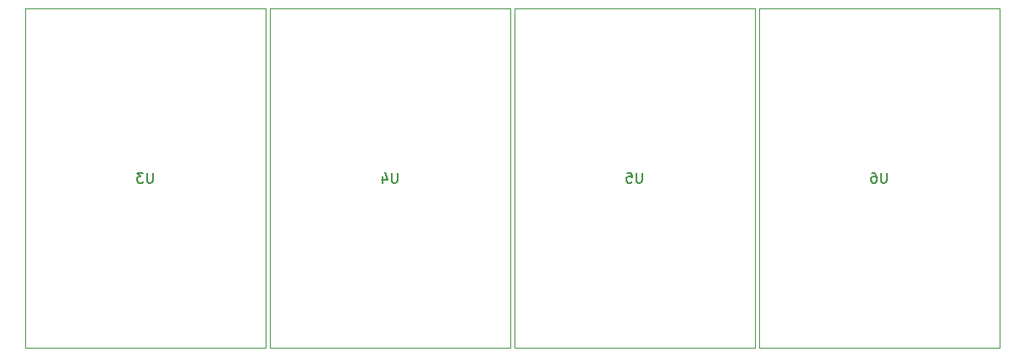
<source format=gbr>
%TF.GenerationSoftware,KiCad,Pcbnew,(6.0.4)*%
%TF.CreationDate,2022-04-24T19:44:18+02:00*%
%TF.ProjectId,fancy-clock,66616e63-792d-4636-9c6f-636b2e6b6963,rev 1.0*%
%TF.SameCoordinates,Original*%
%TF.FileFunction,Legend,Bot*%
%TF.FilePolarity,Positive*%
%FSLAX46Y46*%
G04 Gerber Fmt 4.6, Leading zero omitted, Abs format (unit mm)*
G04 Created by KiCad (PCBNEW (6.0.4)) date 2022-04-24 19:44:18*
%MOMM*%
%LPD*%
G01*
G04 APERTURE LIST*
%ADD10C,0.150000*%
%ADD11C,0.120000*%
G04 APERTURE END LIST*
D10*
%TO.C,U4*%
X142493904Y-75652380D02*
X142493904Y-76461904D01*
X142446285Y-76557142D01*
X142398666Y-76604761D01*
X142303428Y-76652380D01*
X142112952Y-76652380D01*
X142017714Y-76604761D01*
X141970095Y-76557142D01*
X141922476Y-76461904D01*
X141922476Y-75652380D01*
X141017714Y-75985714D02*
X141017714Y-76652380D01*
X141255809Y-75604761D02*
X141493904Y-76319047D01*
X140874857Y-76319047D01*
%TO.C,U6*%
X191769904Y-75652380D02*
X191769904Y-76461904D01*
X191722285Y-76557142D01*
X191674666Y-76604761D01*
X191579428Y-76652380D01*
X191388952Y-76652380D01*
X191293714Y-76604761D01*
X191246095Y-76557142D01*
X191198476Y-76461904D01*
X191198476Y-75652380D01*
X190293714Y-75652380D02*
X190484190Y-75652380D01*
X190579428Y-75700000D01*
X190627047Y-75747619D01*
X190722285Y-75890476D01*
X190769904Y-76080952D01*
X190769904Y-76461904D01*
X190722285Y-76557142D01*
X190674666Y-76604761D01*
X190579428Y-76652380D01*
X190388952Y-76652380D01*
X190293714Y-76604761D01*
X190246095Y-76557142D01*
X190198476Y-76461904D01*
X190198476Y-76223809D01*
X190246095Y-76128571D01*
X190293714Y-76080952D01*
X190388952Y-76033333D01*
X190579428Y-76033333D01*
X190674666Y-76080952D01*
X190722285Y-76128571D01*
X190769904Y-76223809D01*
%TO.C,U5*%
X167131904Y-75652380D02*
X167131904Y-76461904D01*
X167084285Y-76557142D01*
X167036666Y-76604761D01*
X166941428Y-76652380D01*
X166750952Y-76652380D01*
X166655714Y-76604761D01*
X166608095Y-76557142D01*
X166560476Y-76461904D01*
X166560476Y-75652380D01*
X165608095Y-75652380D02*
X166084285Y-75652380D01*
X166131904Y-76128571D01*
X166084285Y-76080952D01*
X165989047Y-76033333D01*
X165750952Y-76033333D01*
X165655714Y-76080952D01*
X165608095Y-76128571D01*
X165560476Y-76223809D01*
X165560476Y-76461904D01*
X165608095Y-76557142D01*
X165655714Y-76604761D01*
X165750952Y-76652380D01*
X165989047Y-76652380D01*
X166084285Y-76604761D01*
X166131904Y-76557142D01*
%TO.C,U3*%
X117855904Y-75652380D02*
X117855904Y-76461904D01*
X117808285Y-76557142D01*
X117760666Y-76604761D01*
X117665428Y-76652380D01*
X117474952Y-76652380D01*
X117379714Y-76604761D01*
X117332095Y-76557142D01*
X117284476Y-76461904D01*
X117284476Y-75652380D01*
X116903523Y-75652380D02*
X116284476Y-75652380D01*
X116617809Y-76033333D01*
X116474952Y-76033333D01*
X116379714Y-76080952D01*
X116332095Y-76128571D01*
X116284476Y-76223809D01*
X116284476Y-76461904D01*
X116332095Y-76557142D01*
X116379714Y-76604761D01*
X116474952Y-76652380D01*
X116760666Y-76652380D01*
X116855904Y-76604761D01*
X116903523Y-76557142D01*
D11*
%TO.C,U4*%
X129632000Y-59100000D02*
X153832000Y-59100000D01*
X153832000Y-59100000D02*
X153832000Y-93300000D01*
X153832000Y-93300000D02*
X129632000Y-93300000D01*
X129632000Y-93300000D02*
X129632000Y-59100000D01*
%TO.C,U6*%
X178908000Y-59100000D02*
X203108000Y-59100000D01*
X203108000Y-59100000D02*
X203108000Y-93300000D01*
X203108000Y-93300000D02*
X178908000Y-93300000D01*
X178908000Y-93300000D02*
X178908000Y-59100000D01*
%TO.C,U5*%
X154270000Y-59100000D02*
X178470000Y-59100000D01*
X178470000Y-59100000D02*
X178470000Y-93300000D01*
X178470000Y-93300000D02*
X154270000Y-93300000D01*
X154270000Y-93300000D02*
X154270000Y-59100000D01*
%TO.C,U3*%
X104994000Y-59100000D02*
X129194000Y-59100000D01*
X129194000Y-59100000D02*
X129194000Y-93300000D01*
X129194000Y-93300000D02*
X104994000Y-93300000D01*
X104994000Y-93300000D02*
X104994000Y-59100000D01*
%TD*%
M02*

</source>
